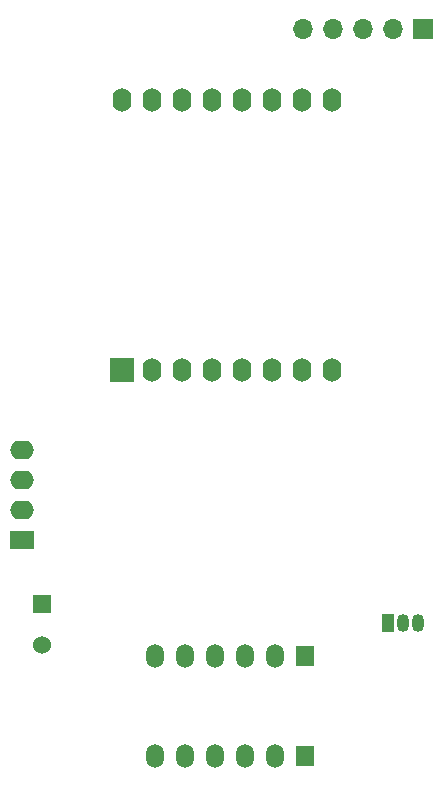
<source format=gbr>
%TF.GenerationSoftware,KiCad,Pcbnew,8.0.8-unknown-202501290020~8b811aa383~ubuntu24.04.1*%
%TF.CreationDate,2025-02-10T17:26:24-05:00*%
%TF.ProjectId,deleteme,64656c65-7465-46d6-952e-6b696361645f,rev?*%
%TF.SameCoordinates,Original*%
%TF.FileFunction,Soldermask,Bot*%
%TF.FilePolarity,Negative*%
%FSLAX46Y46*%
G04 Gerber Fmt 4.6, Leading zero omitted, Abs format (unit mm)*
G04 Created by KiCad (PCBNEW 8.0.8-unknown-202501290020~8b811aa383~ubuntu24.04.1) date 2025-02-10 17:26:24*
%MOMM*%
%LPD*%
G01*
G04 APERTURE LIST*
%ADD10R,1.524000X1.524000*%
%ADD11C,1.524000*%
%ADD12R,1.600000X1.700000*%
%ADD13O,1.500000X2.000000*%
%ADD14R,2.000000X2.000000*%
%ADD15O,1.600000X2.000000*%
%ADD16R,2.000000X1.600000*%
%ADD17O,2.000000X1.600000*%
%ADD18R,1.700000X1.700000*%
%ADD19O,1.700000X1.700000*%
%ADD20R,1.050000X1.500000*%
%ADD21O,1.050000X1.500000*%
G04 APERTURE END LIST*
D10*
%TO.C,J1*%
X132590000Y-123726409D03*
D11*
X132590000Y-127226409D03*
%TD*%
D12*
%TO.C,U3*%
X154890000Y-136626409D03*
D13*
X152350000Y-136626409D03*
X149810000Y-136626409D03*
X147270000Y-136626409D03*
X144730000Y-136626409D03*
X142190000Y-136626409D03*
%TD*%
D12*
%TO.C,U3*%
X154890000Y-128126409D03*
D13*
X152350000Y-128126409D03*
X149810000Y-128126409D03*
X147270000Y-128126409D03*
X144730000Y-128126409D03*
X142190000Y-128126409D03*
%TD*%
D14*
%TO.C,U1*%
X139380000Y-103876409D03*
D15*
X141920000Y-103876409D03*
X144460000Y-103876409D03*
X147000000Y-103876409D03*
X149540000Y-103876409D03*
X152080000Y-103876409D03*
X154620000Y-103876409D03*
X157160000Y-103876409D03*
X157160000Y-81016409D03*
X154620000Y-81016409D03*
X152080000Y-81016409D03*
X149540000Y-81016409D03*
X147000000Y-81016409D03*
X144460000Y-81016409D03*
X141920000Y-81016409D03*
X139380000Y-81016409D03*
%TD*%
D16*
%TO.C,DISP1*%
X130940000Y-118276409D03*
D17*
X130940000Y-115736409D03*
X130940000Y-113196409D03*
X130940000Y-110656409D03*
%TD*%
D18*
%TO.C,U6*%
X164850000Y-75026409D03*
D19*
X162310000Y-75026409D03*
X159770000Y-75026409D03*
X157230000Y-75026409D03*
X154690000Y-75026409D03*
%TD*%
D20*
%TO.C,U5*%
X161875000Y-125326409D03*
D21*
X163145000Y-125326409D03*
X164415000Y-125326409D03*
%TD*%
M02*

</source>
